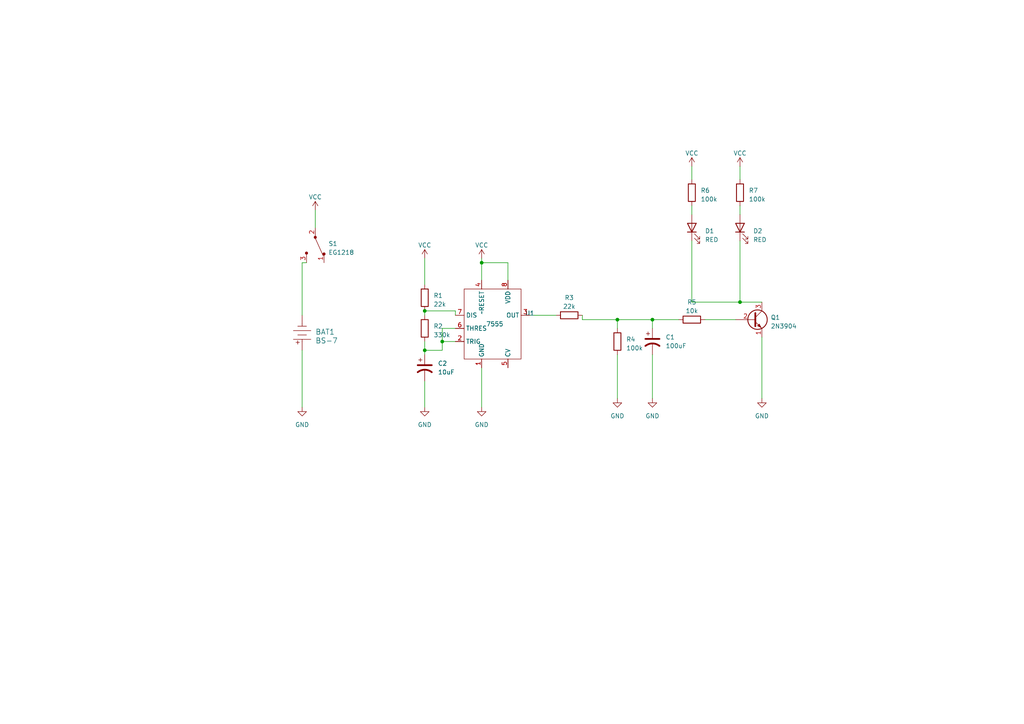
<source format=kicad_sch>
(kicad_sch (version 20230121) (generator eeschema)
  (paper "A4")
  (title_block (title "555 Badge") (date "2023-05-15") (rev "v01") (comment 7 "License: cc-by4.0") (comment 8 "Author: Taewan Kim"))
  (lib_symbols
    (symbol "Device:C_Polarized_US" (pin_numbers hide) (pin_names (offset 0.254) hide)
      (property "Reference" "C" (at 0.635 2.54 0))
      (property "Value" "C_Polarized_US" (at 0.635 -2.54 0))
      (symbol "C_Polarized_US_0_1"
        (polyline (pts (xy -2.032 0.762) (xy 2.032 0.762)) (stroke (width 0.508)))
        (polyline (pts (xy -1.778 2.286) (xy -0.762 2.286)))
        (polyline (pts (xy -1.27 1.778) (xy -1.27 2.794)))
        (arc (start 2.032 -1.27) (mid 0 -0.5572) (end -2.032 -1.27) (stroke (width 0.508)))
      )
      (symbol "C_Polarized_US_1_1"
        (pin passive line (at 0 3.81 270) (length 2.794) (name "~") (number "1"))
        (pin passive line (at 0 -3.81 90) (length 3.302) (name "~") (number "2"))
      )
    )
    (symbol "Device:LED" (pin_numbers hide) (pin_names (offset 1.016) hide)
      (property "Reference" "D" (at 0 2.54 0))
      (property "Value" "LED" (at 0 -2.54 0))
      (symbol "LED_0_1"
        (polyline (pts (xy -1.27 -1.27) (xy -1.27 1.27)) (stroke (width 0.254)))
        (polyline (pts (xy -1.27 0) (xy 1.27 0)))
        (polyline (pts (xy 1.27 -1.27) (xy 1.27 1.27) (xy -1.27 0) (xy 1.27 -1.27)) (stroke (width 0.254)))
        (polyline (pts (xy -3.048 -0.762) (xy -4.572 -2.286) (xy -3.81 -2.286) (xy -4.572 -2.286) (xy -4.572 -1.524)))
        (polyline (pts (xy -1.778 -0.762) (xy -3.302 -2.286) (xy -2.54 -2.286) (xy -3.302 -2.286) (xy -3.302 -1.524)))
      )
      (symbol "LED_1_1"
        (pin passive line (at -3.81 0 0) (length 2.54) (name "K") (number "1"))
        (pin passive line (at 3.81 0 180) (length 2.54) (name "A") (number "2"))
      )
    )
    (symbol "Device:R" (pin_numbers hide) (pin_names (offset 0))
      (property "Reference" "R" (at 2.032 0 90))
      (property "Value" "R" (at 0 0 90))
      (symbol "R_0_1"
        (rectangle (start -1.016 -2.54) (end 1.016 2.54) (stroke (width 0.254)))
      )
      (symbol "R_1_1"
        (pin passive line (at 0 3.81 270) (length 1.27) (name "~") (number "1"))
        (pin passive line (at 0 -3.81 90) (length 1.27) (name "~") (number "2"))
      )
    )
    (symbol "New_Library:7555"
      (property "Reference" "U" (at -1.27 20.32 0))
      (symbol "7555_0_1"
        (rectangle (start -8.89 10.16) (end 7.62 -10.16))
      )
      (symbol "7555_1_1"
        (pin input line (at -3.81 -12.7 90) (length 2.54) (name "GND") (number "1"))
        (pin input line (at -11.43 -5.08 0) (length 2.54) (name "TRIG") (number "2"))
        (pin input line (at 10.16 2.54 180) (length 2.54) (name "OUT") (number "3"))
        (pin input line (at -3.81 12.7 270) (length 2.54) (name "~RESET") (number "4"))
        (pin input line (at 3.81 -12.7 90) (length 2.54) (name "CV") (number "5"))
        (pin input line (at -11.43 -1.27 0) (length 2.54) (name "THRES") (number "6"))
        (pin input line (at -11.43 2.54 0) (length 2.54) (name "DIS") (number "7"))
        (pin input line (at 3.81 12.7 270) (length 2.54) (name "VDD") (number "8"))
      )
    )
    (symbol "Transistor_BJT:2N3904" (pin_names (offset 0) hide)
      (property "Reference" "Q" (at 5.08 1.905 0))
      (property "Value" "2N3904" (at 5.08 0 0))
      (symbol "2N3904_0_1"
        (polyline (pts (xy 0.635 0.635) (xy 2.54 2.54)))
        (polyline (pts (xy 0.635 -0.635) (xy 2.54 -2.54) (xy 2.54 -2.54)))
        (polyline (pts (xy 0.635 1.905) (xy 0.635 -1.905) (xy 0.635 -1.905)) (stroke (width 0.508)))
        (polyline (pts (xy 1.27 -1.778) (xy 1.778 -1.27) (xy 2.286 -2.286) (xy 1.27 -1.778) (xy 1.27 -1.778)) (fill (type outline)))
        (circle (center 1.27 0) (radius 2.8194) (stroke (width 0.254)))
      )
      (symbol "2N3904_1_1"
        (pin passive line (at 2.54 -5.08 90) (length 2.54) (name "E") (number "1"))
        (pin passive line (at -5.08 0 0) (length 5.715) (name "B") (number "2"))
        (pin passive line (at 2.54 5.08 270) (length 2.54) (name "C") (number "3"))
      )
    )
    (symbol "dk_Battery-Holders-Clips-Contacts:BS-7" (pin_numbers hide) (pin_names (offset 1.016))
      (property "Reference" "BAT" (at -1.27 3.81 0))
      (property "Value" "BS-7" (at -1.27 -3.81 0))
      (symbol "BS-7_1_1"
        (polyline (pts (xy 0 -2.54) (xy 0 -1.905)))
        (polyline (pts (xy 0 1.905) (xy 0 2.54)))
        (polyline (pts (xy 1.27 -1.905) (xy -1.27 -1.905)))
        (polyline (pts (xy 1.27 0.635) (xy -1.27 0.635)))
        (polyline (pts (xy 1.27 2.286) (xy 1.27 3.302)))
        (polyline (pts (xy 1.778 2.794) (xy 0.762 2.794)))
        (polyline (pts (xy 2.54 -0.635) (xy -2.54 -0.635)))
        (polyline (pts (xy 2.54 1.905) (xy -2.54 1.905)))
        (pin power_out line (at 0 -5.08 90) (length 2.54) (name "~") (number "Neg"))
        (pin power_out line (at 0 5.08 270) (length 2.54) (name "~") (number "Pos"))
      )
    )
    (symbol "dk_Slide-Switches:EG1218" (pin_names (offset 0))
      (property "Reference" "S" (at -3.81 2.286 0))
      (property "Value" "EG1218" (at 0 -5.334 0))
      (symbol "EG1218_0_1"
        (circle (center -2.286 0) (radius 0.3556) (fill (type outline)))
        (polyline (pts (xy -2.032 0) (xy 3.048 2.286)))
        (circle (center 2.286 -2.54) (radius 0.3556) (fill (type outline)))
        (circle (center 2.54 2.54) (radius 0.3556) (fill (type outline)))
      )
      (symbol "EG1218_1_1"
        (pin passive line (at 5.08 2.54 180) (length 2.54) (name "~") (number "1"))
        (pin passive line (at -5.08 0 0) (length 2.54) (name "~") (number "2"))
        (pin passive line (at 5.08 -2.54 180) (length 2.54) (name "~") (number "3"))
      )
    )
    (symbol "power:GND" (power) (pin_names (offset 0))
      (property "Value" "GND" (at 0 -3.81 0))
      (symbol "GND_0_1"
        (polyline (pts (xy 0 0) (xy 0 -1.27) (xy 1.27 -1.27) (xy 0 -2.54) (xy -1.27 -1.27) (xy 0 -1.27)))
      )
      (symbol "GND_1_1"
        (pin power_in line (at 0 0 270) (length 0) hide (name "GND") (number "1"))
      )
    )
    (symbol "power:VCC" (power) (pin_names (offset 0))
      (property "Value" "VCC" (at 0 3.81 0))
      (symbol "VCC_0_1"
        (polyline (pts (xy -0.762 1.27) (xy 0 2.54)))
        (polyline (pts (xy 0 0) (xy 0 2.54)))
        (polyline (pts (xy 0 2.54) (xy 0.762 1.27)))
      )
      (symbol "VCC_1_1"
        (pin power_in line (at 0 0 90) (length 0) hide (name "VCC") (number "1"))
      )
    )
  )
  (junction (at 123.19 90.17))
  (junction (at 189.23 92.71))
  (junction (at 123.19 101.6))
  (junction (at 214.63 87.63))
  (junction (at 179.07 92.71))
  (junction (at 139.7 76.2))
  (junction (at 128.27 99.06))
  (wire (pts (xy 87.63 76.2) (xy 88.9 76.2)))
  (wire (pts (xy 139.7 74.93) (xy 139.7 76.2)))
  (wire (pts (xy 220.98 97.79) (xy 220.98 115.57)))
  (wire (pts (xy 139.7 76.2) (xy 139.7 81.28)))
  (wire (pts (xy 139.7 76.2) (xy 147.32 76.2)))
  (wire (pts (xy 214.63 59.69) (xy 214.63 62.23)))
  (wire (pts (xy 214.63 48.26) (xy 214.63 52.07)))
  (wire (pts (xy 123.19 110.49) (xy 123.19 118.11)))
  (wire (pts (xy 153.67 91.44) (xy 161.29 91.44)))
  (wire (pts (xy 189.23 92.71) (xy 179.07 92.71)))
  (wire (pts (xy 123.19 101.6) (xy 128.27 101.6)))
  (wire (pts (xy 87.63 101.6) (xy 87.63 118.11)))
  (wire (pts (xy 147.32 81.28) (xy 147.32 76.2)))
  (wire (pts (xy 132.08 91.44) (xy 132.08 90.17)))
  (wire (pts (xy 132.08 90.17) (xy 123.19 90.17)))
  (wire (pts (xy 139.7 106.68) (xy 139.7 118.11)))
  (wire (pts (xy 189.23 102.87) (xy 189.23 115.57)))
  (wire (pts (xy 179.07 92.71) (xy 179.07 95.25)))
  (wire (pts (xy 132.08 95.25) (xy 128.27 95.25)))
  (wire (pts (xy 123.19 101.6) (xy 123.19 102.87)))
  (wire (pts (xy 189.23 92.71) (xy 189.23 95.25)))
  (wire (pts (xy 204.47 92.71) (xy 213.36 92.71)))
  (wire (pts (xy 200.66 59.69) (xy 200.66 62.23)))
  (wire (pts (xy 123.19 99.06) (xy 123.19 101.6)))
  (wire (pts (xy 200.66 48.26) (xy 200.66 52.07)))
  (wire (pts (xy 128.27 99.06) (xy 128.27 101.6)))
  (wire (pts (xy 128.27 99.06) (xy 132.08 99.06)))
  (wire (pts (xy 128.27 95.25) (xy 128.27 99.06)))
  (wire (pts (xy 214.63 69.85) (xy 214.63 87.63)))
  (wire (pts (xy 168.91 92.71) (xy 168.91 91.44)))
  (wire (pts (xy 123.19 74.93) (xy 123.19 82.55)))
  (wire (pts (xy 87.63 91.44) (xy 87.63 76.2)))
  (wire (pts (xy 91.44 60.96) (xy 91.44 66.04)))
  (wire (pts (xy 196.85 92.71) (xy 189.23 92.71)))
  (wire (pts (xy 123.19 90.17) (xy 123.19 91.44)))
  (wire (pts (xy 179.07 102.87) (xy 179.07 115.57)))
  (wire (pts (xy 200.66 69.85) (xy 200.66 87.63)))
  (wire (pts (xy 214.63 87.63) (xy 220.98 87.63)))
  (wire (pts (xy 179.07 92.71) (xy 168.91 92.71)))
  (wire (pts (xy 200.66 87.63) (xy 214.63 87.63)))
  (symbol (lib_id "Device:R") (at 123.19 86.36 0) (unit 1)
    (property "Reference" "R1" (at 125.73 85.725 0) (effects (justify left)))
    (property "Value" "22k" (at 125.73 88.265 0) (effects (justify left)))
    (property "Footprint" "Resistor_THT:R_Axial_DIN0207_L6.3mm_D2.5mm_P7.62mm_Horizontal" (effects hide))
  )
  (symbol (lib_id "power:GND") (at 220.98 115.57 0) (unit 1)
    (property "Reference" "#PWR09" (effects hide))
    (property "Value" "GND" (at 220.98 120.65 0))
  )
  (symbol (lib_id "power:GND") (at 139.7 118.11 0) (unit 1)
    (property "Reference" "#PWR03" (effects hide))
    (property "Value" "GND" (at 139.7 123.19 0))
  )
  (symbol (lib_id "power:VCC") (at 214.63 48.26 0) (unit 1)
    (property "Reference" "#PWR08" (effects hide))
    (property "Value" "VCC" (at 214.63 44.45 0))
  )
  (symbol (lib_id "power:GND") (at 87.63 118.11 0) (unit 1)
    (property "Reference" "#PWR02" (effects hide))
    (property "Value" "GND" (at 87.63 123.19 0))
  )
  (symbol (lib_id "power:VCC") (at 91.44 60.96 0) (unit 1)
    (property "Reference" "#PWR06" (effects hide))
    (property "Value" "VCC" (at 91.44 57.15 0))
  )
  (symbol (lib_id "New_Library:7555") (at 143.51 93.98 0) (unit 1)
    (property "Reference" "U1" (at 153.67 90.8559 0))
    (property "Value" "7555" (at 143.51 93.98 0))
    (property "Footprint" "555_Badge:ICM7555-PDIP" (effects hide))
  )
  (symbol (lib_id "Device:R") (at 165.1 91.44 90) (unit 1)
    (property "Reference" "R3" (at 165.1 86.36 90))
    (property "Value" "22k" (at 165.1 88.9 90))
    (property "Footprint" "Resistor_THT:R_Axial_DIN0207_L6.3mm_D2.5mm_P7.62mm_Horizontal" (effects hide))
  )
  (symbol (lib_id "power:GND") (at 189.23 115.57 0) (unit 1)
    (property "Reference" "#PWR05" (effects hide))
    (property "Value" "GND" (at 189.23 120.65 0))
  )
  (symbol (lib_id "power:VCC") (at 200.66 48.26 0) (unit 1)
    (property "Reference" "#PWR07" (effects hide))
    (property "Value" "VCC" (at 200.66 44.45 0))
  )
  (symbol (lib_id "Device:R") (at 200.66 55.88 0) (unit 1)
    (property "Reference" "R6" (at 203.2 55.245 0) (effects (justify left)))
    (property "Value" "100k" (at 203.2 57.785 0) (effects (justify left)))
    (property "Footprint" "Resistor_THT:R_Axial_DIN0207_L6.3mm_D2.5mm_P7.62mm_Horizontal" (effects hide))
  )
  (symbol (lib_id "Device:C_Polarized_US") (at 123.19 106.68 0) (unit 1)
    (property "Reference" "C2" (at 127 105.41 0) (effects (justify left)))
    (property "Value" "10uF" (at 127 107.95 0) (effects (justify left)))
    (property "Footprint" "Capacitor_THT:CP_Radial_D6.3mm_P2.50mm" (effects hide))
  )
  (symbol (lib_id "Device:R") (at 214.63 55.88 0) (unit 1)
    (property "Reference" "R7" (at 217.17 55.245 0) (effects (justify left)))
    (property "Value" "100k" (at 217.17 57.785 0) (effects (justify left)))
    (property "Footprint" "Resistor_THT:R_Axial_DIN0207_L6.3mm_D2.5mm_P7.62mm_Horizontal" (effects hide))
  )
  (symbol (lib_id "dk_Slide-Switches:EG1218") (at 91.44 71.12 270) (unit 1)
    (property "Reference" "S1" (at 95.25 70.6882 90) (effects (justify left)))
    (property "Value" "EG1218" (at 95.25 73.2282 90) (effects (justify left)))
    (property "Footprint" "digikey-footprints:Switch_Slide_11.6x4mm_EG1218" (effects hide))
    (property "Datasheet" "http://spec_sheets.e-switch.com/specs/P040040.pdf" (effects hide))
    (property "Digi-Key_PN" "EG1903-ND" (effects hide))
    (property "MPN" "EG1218" (effects hide))
    (property "Category" "Switches" (effects hide))
    (property "Family" "Slide Switches" (effects hide))
    (property "DK_Datasheet_Link" "http://spec_sheets.e-switch.com/specs/P040040.pdf" (effects hide))
    (property "DK_Detail_Page" "/product-detail/en/e-switch/EG1218/EG1903-ND/101726" (effects hide))
    (property "Description" "SWITCH SLIDE SPDT 200MA 30V" (effects hide))
    (property "Manufacturer" "E-Switch" (effects hide))
    (property "Status" "Active" (effects hide))
  )
  (symbol (lib_id "power:GND") (at 123.19 118.11 0) (unit 1)
    (property "Reference" "#PWR01" (effects hide))
    (property "Value" "GND" (at 123.19 123.19 0))
  )
  (symbol (lib_id "power:VCC") (at 123.19 74.93 0) (unit 1)
    (property "Reference" "#PWR011" (effects hide))
    (property "Value" "VCC" (at 123.19 71.12 0))
  )
  (symbol (lib_id "Device:LED") (at 214.63 66.04 90) (unit 1)
    (property "Reference" "D2" (at 218.44 66.9925 90) (effects (justify right)))
    (property "Value" "RED" (at 218.44 69.5325 90) (effects (justify right)))
    (property "Footprint" "LED_THT:LED_D3.0mm" (effects hide))
  )
  (symbol (lib_id "Device:R") (at 123.19 95.25 0) (unit 1)
    (property "Reference" "R2" (at 125.73 94.615 0) (effects (justify left)))
    (property "Value" "330k" (at 125.73 97.155 0) (effects (justify left)))
    (property "Footprint" "Resistor_THT:R_Axial_DIN0207_L6.3mm_D2.5mm_P7.62mm_Horizontal" (effects hide))
  )
  (symbol (lib_id "Device:R") (at 179.07 99.06 0) (unit 1)
    (property "Reference" "R4" (at 181.61 98.425 0) (effects (justify left)))
    (property "Value" "100k" (at 181.61 100.965 0) (effects (justify left)))
    (property "Footprint" "Resistor_THT:R_Axial_DIN0207_L6.3mm_D2.5mm_P7.62mm_Horizontal" (effects hide))
  )
  (symbol (lib_id "Device:LED") (at 200.66 66.04 90) (unit 1)
    (property "Reference" "D1" (at 204.47 66.9925 90) (effects (justify right)))
    (property "Value" "RED" (at 204.47 69.5325 90) (effects (justify right)))
    (property "Footprint" "LED_THT:LED_D3.0mm" (effects hide))
  )
  (symbol (lib_id "power:GND") (at 179.07 115.57 0) (unit 1)
    (property "Reference" "#PWR04" (effects hide))
    (property "Value" "GND" (at 179.07 120.65 0))
  )
  (symbol (lib_id "Transistor_BJT:2N3904") (at 218.44 92.71 0) (unit 1)
    (property "Reference" "Q1" (at 223.52 92.075 0) (effects (justify left)))
    (property "Value" "2N3904" (at 223.52 94.615 0) (effects (justify left)))
    (property "Footprint" "Resistor_THT:R_Axial_DIN0207_L6.3mm_D2.5mm_P7.62mm_Horizontal" (effects hide))
    (property "Datasheet" "https://www.onsemi.com/pub/Collateral/2N3903-D.PDF" (effects hide))
  )
  (symbol (lib_id "power:VCC") (at 139.7 74.93 0) (unit 1)
    (property "Reference" "#PWR010" (effects hide))
    (property "Value" "VCC" (at 139.7 71.12 0))
  )
  (symbol (lib_id "dk_Battery-Holders-Clips-Contacts:BS-7") (at 87.63 96.52 180) (unit 1)
    (property "Reference" "BAT1" (at 91.44 96.266 0) (effects (font (size 1.524 1.524)) (justify right)))
    (property "Value" "BS-7" (at 91.44 98.806 0) (effects (font (size 1.524 1.524)) (justify right)))
    (property "Footprint" "LED_THT:LED_D3.0mm" (effects hide))
    (property "Datasheet" "http://www.memoryprotectiondevices.com/datasheets/BS-7-datasheet.pdf" (effects hide))
    (property "Digi-Key_PN" "BS-7-ND" (effects hide))
    (property "MPN" "BS-7" (effects hide))
    (property "Category" "Battery Products" (effects hide))
    (property "Family" "Battery Holders, Clips, Contacts" (effects hide))
    (property "DK_Datasheet_Link" "http://www.memoryprotectiondevices.com/datasheets/BS-7-datasheet.pdf" (effects hide))
    (property "DK_Detail_Page" "/product-detail/en/mpd-memory-protection-devices/BS-7/BS-7-ND/389447" (effects hide))
    (property "Description" "BATTERY HOLDER COIN 20MM PC PIN" (effects hide))
    (property "Manufacturer" "MPD (Memory Protection Devices)" (effects hide))
    (property "Status" "Active" (effects hide))
  )
  (symbol (lib_id "Device:R") (at 200.66 92.71 90) (unit 1)
    (property "Reference" "R5" (at 200.66 87.63 90))
    (property "Value" "10k" (at 200.66 90.17 90))
    (property "Footprint" "Resistor_THT:R_Axial_DIN0207_L6.3mm_D2.5mm_P7.62mm_Horizontal" (effects hide))
  )
  (symbol (lib_id "Device:C_Polarized_US") (at 189.23 99.06 0) (unit 1)
    (property "Reference" "C1" (at 193.04 97.79 0) (effects (justify left)))
    (property "Value" "100uF" (at 193.04 100.33 0) (effects (justify left)))
    (property "Footprint" "Capacitor_THT:CP_Radial_D5.0mm_P2.00mm" (effects hide))
  )
)
</source>
